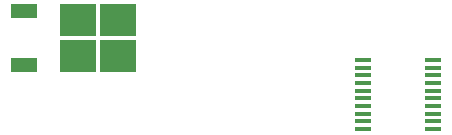
<source format=gbr>
G04 #@! TF.GenerationSoftware,KiCad,Pcbnew,5.1.2-1.fc30*
G04 #@! TF.CreationDate,2019-08-07T12:15:18+02:00*
G04 #@! TF.ProjectId,term,7465726d-2e6b-4696-9361-645f70636258,rev?*
G04 #@! TF.SameCoordinates,Original*
G04 #@! TF.FileFunction,Paste,Bot*
G04 #@! TF.FilePolarity,Positive*
%FSLAX46Y46*%
G04 Gerber Fmt 4.6, Leading zero omitted, Abs format (unit mm)*
G04 Created by KiCad (PCBNEW 5.1.2-1.fc30) date 2019-08-07 12:15:18*
%MOMM*%
%LPD*%
G04 APERTURE LIST*
%ADD10R,2.200000X1.200000*%
%ADD11R,3.050000X2.750000*%
%ADD12R,1.450000X0.450000*%
G04 APERTURE END LIST*
D10*
X156514000Y-109468000D03*
X156514000Y-104908000D03*
D11*
X164489000Y-105663000D03*
X161139000Y-108713000D03*
X164489000Y-108713000D03*
X161139000Y-105663000D03*
D12*
X185264000Y-114939000D03*
X185264000Y-114289000D03*
X185264000Y-113639000D03*
X185264000Y-112989000D03*
X185264000Y-112339000D03*
X185264000Y-111689000D03*
X185264000Y-111039000D03*
X185264000Y-110389000D03*
X185264000Y-109739000D03*
X185264000Y-109089000D03*
X191164000Y-109089000D03*
X191164000Y-109739000D03*
X191164000Y-110389000D03*
X191164000Y-111039000D03*
X191164000Y-111689000D03*
X191164000Y-112339000D03*
X191164000Y-112989000D03*
X191164000Y-113639000D03*
X191164000Y-114289000D03*
X191164000Y-114939000D03*
M02*

</source>
